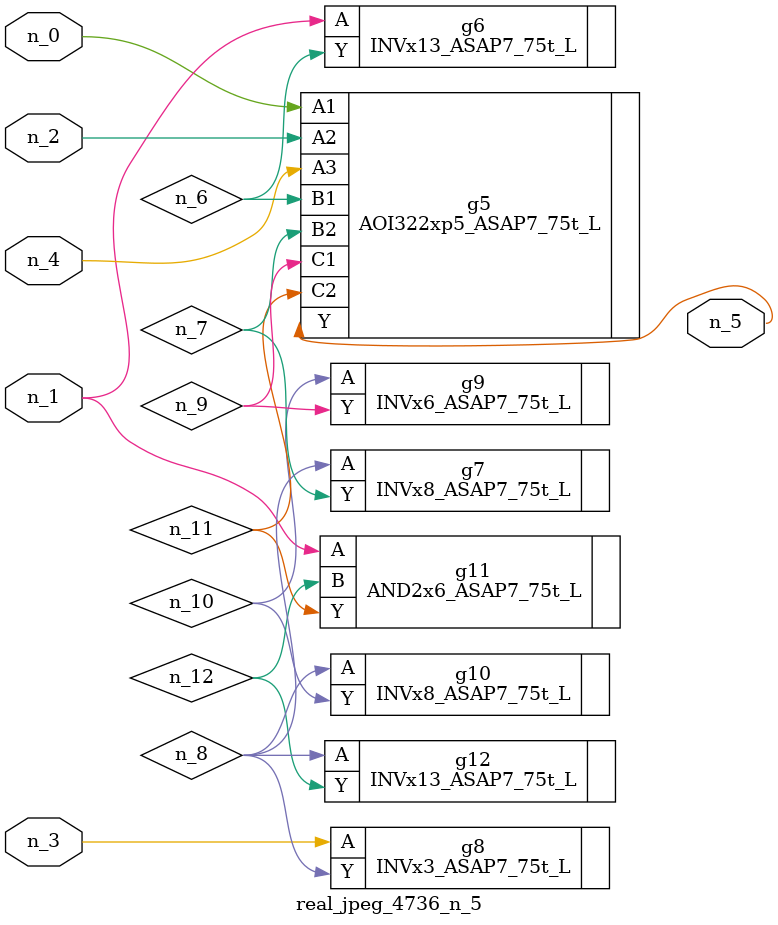
<source format=v>
module real_jpeg_4736_n_5 (n_4, n_0, n_1, n_2, n_3, n_5);

input n_4;
input n_0;
input n_1;
input n_2;
input n_3;

output n_5;

wire n_12;
wire n_8;
wire n_11;
wire n_6;
wire n_7;
wire n_10;
wire n_9;

AOI322xp5_ASAP7_75t_L g5 ( 
.A1(n_0),
.A2(n_2),
.A3(n_4),
.B1(n_6),
.B2(n_7),
.C1(n_9),
.C2(n_11),
.Y(n_5)
);

INVx13_ASAP7_75t_L g6 ( 
.A(n_1),
.Y(n_6)
);

AND2x6_ASAP7_75t_L g11 ( 
.A(n_1),
.B(n_12),
.Y(n_11)
);

INVx3_ASAP7_75t_L g8 ( 
.A(n_3),
.Y(n_8)
);

INVx8_ASAP7_75t_L g7 ( 
.A(n_8),
.Y(n_7)
);

INVx8_ASAP7_75t_L g10 ( 
.A(n_8),
.Y(n_10)
);

INVx13_ASAP7_75t_L g12 ( 
.A(n_8),
.Y(n_12)
);

INVx6_ASAP7_75t_L g9 ( 
.A(n_10),
.Y(n_9)
);


endmodule
</source>
